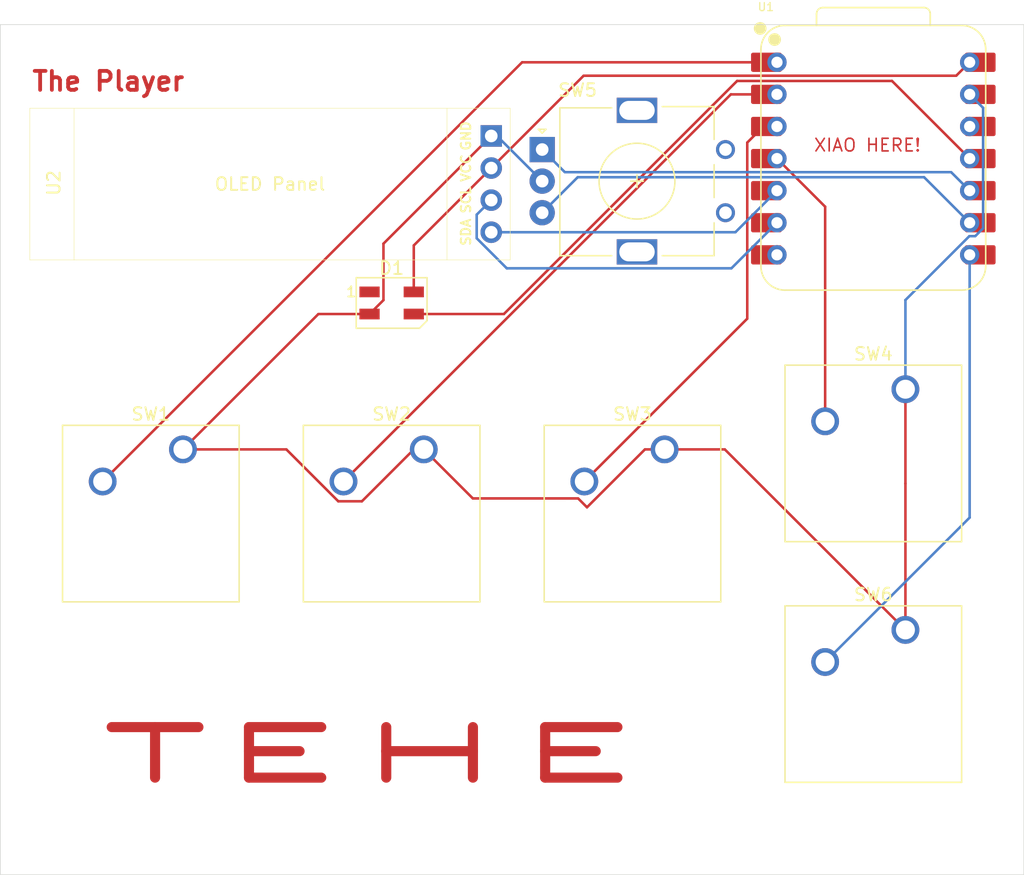
<source format=kicad_pcb>
(kicad_pcb (version 20241229) (generator "pcbnew") (generator_version "9.0")
  (layers (0 "F.Cu" signal) (2 "B.Cu" signal) (13 "F.Paste" user) (15 "B.Paste" user) (5 "F.SilkS" user "F.Silkscreen") (7 "B.SilkS" user "B.Silkscreen") (1 "F.Mask" user) (3 "B.Mask" user) (25 "Edge.Cuts" user))
  (net 0 "")
  (net 1 "GND")
  (net 2 "+5V")
  (net 4 "Net-(D1-DIN)")
  (net 5 "Net-(U1-GPIO26{slash}ADC0{slash}A0)")
  (net 6 "Net-(U1-GPIO27{slash}ADC1{slash}A1)")
  (net 7 "Net-(U1-GPIO28{slash}ADC2{slash}A2)")
  (net 8 "Net-(U1-GPIO29{slash}ADC3{slash}A3)")
  (net 9 "Net-(U1-GPIO2{slash}SCK)")
  (net 10 "Net-(U1-GPIO4{slash}MISO)")
  (net 11 "Net-(U1-GPIO1{slash}RX)")
  (net 13 "Net-(U1-GPIO7{slash}SCL)")
  (net 14 "Net-(U1-GPIO6{slash}SDA)")
  (footprint "OLED:SSD1306-0.91-OLED-4pin-128x32 (1)" (layer "F.Cu") (at 130.92125 77.45875)
    (property "Reference" "U2" (at 1.9 5.91 90) (layer "F.SilkS"))
    (property "Value" "OLED")
    (fp_line (start 0 0) (end 0 12) (stroke (width 0.04)) (layer "F.SilkS"))
    (fp_line (start 0 12) (end 38 12) (stroke (width 0.04)) (layer "F.SilkS"))
    (fp_line (start 3.5 0) (end 3.5 12) (stroke (width 0.04)) (layer "F.SilkS"))
    (fp_line (start 33 0) (end 33 12) (stroke (width 0.04)) (layer "F.SilkS"))
    (fp_line (start 38 0) (end 0 0) (stroke (width 0.04)) (layer "F.SilkS"))
    (fp_line (start 38 12) (end 38 0) (stroke (width 0.04)) (layer "F.SilkS"))
    (fp_text user "SCL" (at 34.5 7.27 270) (layer "F.SilkS") (effects (font (size 0.75 0.75))))
    (fp_text user "VCC" (at 34.5 4.73 270) (layer "F.SilkS") (effects (font (size 0.75 0.75))))
    (fp_text user "OLED Panel" (at 19 6 0) (layer "F.SilkS"))
    (fp_text user "GND" (at 34.5 2.19 270) (layer "F.SilkS") (effects (font (size 0.75 0.75))))
    (fp_text user "SDA" (at 34.5 9.81 270) (layer "F.SilkS") (effects (font (size 0.75 0.75))))
    (pad "1" thru_hole rect (at 36.5 2.19) (size 1.7 1.7) (drill 1) (layers "*.Cu" "*.Mask") (net 1 "GND"))
    (pad "2" thru_hole oval (at 36.5 4.73) (size 1.7 1.7) (drill 1) (layers "*.Cu" "*.Mask") (net 2 "+5V"))
    (pad "3" thru_hole oval (at 36.5 7.27) (size 1.7 1.7) (drill 1) (layers "*.Cu" "*.Mask") (net 13 "Net-(U1-GPIO7{slash}SCL)"))
    (pad "4" thru_hole oval (at 36.5 9.81) (size 1.7 1.7) (drill 1) (layers "*.Cu" "*.Mask") (net 14 "Net-(U1-GPIO6{slash}SDA)"))
  )
  (footprint "Rotary_Encoder:RotaryEncoder_Alps_EC11E_Vertical_H20mm" (layer "F.Cu") (at 171.45 80.725)
    (property "Reference" "SW5" (at 2.8 -4.7 0) (layer "F.SilkS"))
    (property "Value" "RotaryEncoder")
    (fp_line (start -0.3 -1.6) (end 0.3 -1.6) (stroke (width 0.12)) (layer "F.SilkS"))
    (fp_line (start 0 -1.3) (end -0.3 -1.6) (stroke (width 0.12)) (layer "F.SilkS"))
    (fp_line (start 0.3 -1.6) (end 0 -1.3) (stroke (width 0.12)) (layer "F.SilkS"))
    (fp_line (start 1.4 -3.3) (end 1.4 8.4) (stroke (width 0.12)) (layer "F.SilkS"))
    (fp_line (start 5.5 -3.3) (end 1.4 -3.3) (stroke (width 0.12)) (layer "F.SilkS"))
    (fp_line (start 5.5 8.4) (end 1.4 8.4) (stroke (width 0.12)) (layer "F.SilkS"))
    (fp_line (start 7 2.5) (end 8 2.5) (stroke (width 0.12)) (layer "F.SilkS"))
    (fp_line (start 7.5 2) (end 7.5 3) (stroke (width 0.12)) (layer "F.SilkS"))
    (fp_line (start 9.5 -3.4) (end 13.6 -3.4) (stroke (width 0.12)) (layer "F.SilkS"))
    (fp_line (start 13.6 -3.4) (end 13.6 -0.8) (stroke (width 0.12)) (layer "F.SilkS"))
    (fp_line (start 13.6 1.2) (end 13.6 3.8) (stroke (width 0.12)) (layer "F.SilkS"))
    (fp_line (start 13.6 5.8) (end 13.6 8.4) (stroke (width 0.12)) (layer "F.SilkS"))
    (fp_line (start 13.6 8.4) (end 9.5 8.4) (stroke (width 0.12)) (layer "F.SilkS"))
    (fp_circle (center 7.5 2.5) (end 10.5 2.5) (stroke (width 0.12)) (fill no) (layer "F.SilkS"))
    (pad "" thru_hole circle (at 14.5 0) (size 1.5 1.5) (drill 1) (layers "*.Cu" "*.Mask"))
    (pad "" thru_hole circle (at 14.5 5) (size 1.5 1.5) (drill 1) (layers "*.Cu" "*.Mask"))
    (pad "A" thru_hole rect (at 0 0) (size 2 2) (drill 1) (layers "*.Cu" "*.Mask") (net 10 "Net-(U1-GPIO4{slash}MISO)"))
    (pad "B" thru_hole circle (at 0 5) (size 2 2) (drill 1) (layers "*.Cu" "*.Mask") (net 9 "Net-(U1-GPIO2{slash}SCK)"))
    (pad "C" thru_hole circle (at 0 2.5) (size 2 2) (drill 1) (layers "*.Cu" "*.Mask") (net 1 "GND"))
    (pad "MP" thru_hole rect (at 7.5 -3.1) (size 3.2 2) (drill oval 2.8 1.5) (layers "*.Cu" "*.Mask"))
    (pad "MP" thru_hole rect (at 7.5 8.1) (size 3.2 2) (drill oval 2.8 1.5) (layers "*.Cu" "*.Mask"))
  )
  (footprint "Button_Switch_Keyboard:SW_Cherry_MX_1.00u_PCB" (layer "F.Cu") (at 200.18375 99.695)
    (property "Reference" "SW4" (at -2.54 -2.794 0) (layer "F.SilkS"))
    (property "Value" "SW_Push")
    (fp_line (start -9.525 -1.905) (end 4.445 -1.905) (stroke (width 0.12)) (layer "F.SilkS"))
    (fp_line (start -9.525 12.065) (end -9.525 -1.905) (stroke (width 0.12)) (layer "F.SilkS"))
    (fp_line (start 4.445 -1.905) (end 4.445 12.065) (stroke (width 0.12)) (layer "F.SilkS"))
    (fp_line (start 4.445 12.065) (end -9.525 12.065) (stroke (width 0.12)) (layer "F.SilkS"))
    (pad "" np_thru_hole circle (at -7.62 5.08) (size 1.7 1.7) (drill 1.7) (layers "*.Cu" "*.Mask"))
    (pad "" np_thru_hole circle (at -2.54 5.08) (size 4 4) (drill 4) (layers "*.Cu" "*.Mask"))
    (pad "" np_thru_hole circle (at 2.54 5.08) (size 1.7 1.7) (drill 1.7) (layers "*.Cu" "*.Mask"))
    (pad "1" thru_hole circle (at 0 0) (size 2.2 2.2) (drill 1.5) (layers "*.Cu" "*.Mask") (net 1 "GND"))
    (pad "2" thru_hole circle (at -6.35 2.54) (size 2.2 2.2) (drill 1.5) (layers "*.Cu" "*.Mask") (net 8 "Net-(U1-GPIO29{slash}ADC3{slash}A3)"))
  )
  (footprint "LED_SMD:LED_SK6812MINI_PLCC4_3.5x3.5mm_P1.75mm" (layer "F.Cu") (at 159.54375 92.86875)
    (property "Reference" "D1" (at 0 -2.75 0) (layer "F.SilkS"))
    (property "Value" "SK6812MINI")
    (fp_line (start -2.8 -2) (end -2.8 2) (stroke (width 0.12)) (layer "F.SilkS"))
    (fp_line (start -2.8 -2) (end 2.8 -2) (stroke (width 0.12)) (layer "F.SilkS"))
    (fp_line (start -2.8 2) (end 2.2 2) (stroke (width 0.12)) (layer "F.SilkS"))
    (fp_line (start 2.8 1.4) (end 2.2 2) (stroke (width 0.12)) (layer "F.SilkS"))
    (fp_line (start 2.8 1.4) (end 2.8 -2) (stroke (width 0.12)) (layer "F.SilkS"))
    (fp_text user "1" (at -3.2 -0.875 0) (layer "F.SilkS") (effects (font (size 0.8 0.8))))
    (pad "1" smd rect (at -1.75 -0.875) (size 1.6 0.85) (layers "F.Cu" "F.Mask" "F.Paste"))
    (pad "2" smd rect (at -1.75 0.875) (size 1.6 0.85) (layers "F.Cu" "F.Mask" "F.Paste") (net 1 "GND"))
    (pad "3" smd rect (at 1.75 0.875) (size 1.6 0.85) (layers "F.Cu" "F.Mask" "F.Paste") (net 4 "Net-(D1-DIN)"))
    (pad "4" smd rect (at 1.75 -0.875) (size 1.6 0.85) (layers "F.Cu" "F.Mask" "F.Paste") (net 2 "+5V"))
  )
  (footprint "Button_Switch_Keyboard:SW_Cherry_MX_1.00u_PCB" (layer "F.Cu") (at 200.18375 118.745)
    (property "Reference" "SW6" (at -2.54 -2.794 0) (layer "F.SilkS"))
    (property "Value" "SW_Push")
    (fp_line (start -9.525 -1.905) (end 4.445 -1.905) (stroke (width 0.12)) (layer "F.SilkS"))
    (fp_line (start -9.525 12.065) (end -9.525 -1.905) (stroke (width 0.12)) (layer "F.SilkS"))
    (fp_line (start 4.445 -1.905) (end 4.445 12.065) (stroke (width 0.12)) (layer "F.SilkS"))
    (fp_line (start 4.445 12.065) (end -9.525 12.065) (stroke (width 0.12)) (layer "F.SilkS"))
    (pad "" np_thru_hole circle (at -7.62 5.08) (size 1.7 1.7) (drill 1.7) (layers "*.Cu" "*.Mask"))
    (pad "" np_thru_hole circle (at -2.54 5.08) (size 4 4) (drill 4) (layers "*.Cu" "*.Mask"))
    (pad "" np_thru_hole circle (at 2.54 5.08) (size 1.7 1.7) (drill 1.7) (layers "*.Cu" "*.Mask"))
    (pad "1" thru_hole circle (at 0 0) (size 2.2 2.2) (drill 1.5) (layers "*.Cu" "*.Mask") (net 1 "GND"))
    (pad "2" thru_hole circle (at -6.35 2.54) (size 2.2 2.2) (drill 1.5) (layers "*.Cu" "*.Mask") (net 11 "Net-(U1-GPIO1{slash}RX)"))
  )
  (footprint "OPL:XIAO-RP2040-DIP" (layer "F.Cu") (at 197.64375 81.43875)
    (property "Reference" "U1" (at -8.5 -12 0) (layer "F.SilkS") (effects (font (size 0.635 0.635) (thickness 0.1016))))
    (property "Value" "XIAO-RP2040-DIP")
    (fp_line (start -8.89 8.509) (end -8.89 -8.636) (stroke (width 0.127)) (layer "F.SilkS"))
    (fp_line (start -6.985 10.414) (end 6.985 10.414) (stroke (width 0.127)) (layer "F.SilkS"))
    (fp_line (start -4.495 -10.541) (end -4.491272 -11.451272) (stroke (width 0.127)) (layer "F.SilkS"))
    (fp_line (start -3.991272 -11.951) (end 4.004 -11.951) (stroke (width 0.127)) (layer "F.SilkS"))
    (fp_line (start 4.504 -11.451) (end 4.504 -10.541) (stroke (width 0.127)) (layer "F.SilkS"))
    (fp_line (start 6.985 -10.541) (end -6.985 -10.541) (stroke (width 0.1)) (layer "F.SilkS"))
    (fp_line (start 6.985 -10.541) (end -6.985 -10.541) (stroke (width 0.127)) (layer "F.SilkS"))
    (fp_line (start 8.89 8.509) (end 8.89 -8.636) (stroke (width 0.127)) (layer "F.SilkS"))
    (fp_arc (start -8.89 -8.636) (mid -8.332038 -9.983038) (end -6.985 -10.541) (stroke (width 0.127)) (layer "F.SilkS"))
    (fp_arc (start -6.985 10.414) (mid -8.332038 9.856038) (end -8.89 8.509) (stroke (width 0.127)) (layer "F.SilkS"))
    (fp_arc (start -4.491272 -11.451272) (mid -4.344728 -11.80464) (end -3.991272 -11.951) (stroke (width 0.127)) (layer "F.SilkS"))
    (fp_arc (start 4.004 -11.951) (mid 4.357553 -11.804553) (end 4.504 -11.451) (stroke (width 0.127)) (layer "F.SilkS"))
    (fp_arc (start 6.985 -10.541) (mid 8.332038 -9.983038) (end 8.89 -8.636) (stroke (width 0.127)) (layer "F.SilkS"))
    (fp_arc (start 8.89 8.509) (mid 8.332038 9.856038) (end 6.985 10.414) (stroke (width 0.127)) (layer "F.SilkS"))
    (fp_circle (center -8.95 -10.3) (end -8.95 -10.554) (stroke (width 0.5)) (fill yes) (layer "F.SilkS"))
    (fp_circle (center -7.807 -9.42) (end -7.807 -9.674) (stroke (width 0.5)) (fill yes) (layer "F.SilkS"))
    (pad "1" smd roundrect (at -8.455 -7.62 180) (size 2.432 1.524) (layers "F.Cu" "F.Mask") (roundrect_rratio 0.1) (net 5 "Net-(U1-GPIO26{slash}ADC0{slash}A0)"))
    (pad "1" thru_hole circle (at -7.62 -7.62 180) (size 1.524 1.524) (drill 0.889) (layers "*.Cu" "*.Mask") (net 5 "Net-(U1-GPIO26{slash}ADC0{slash}A0)"))
    (pad "2" smd roundrect (at -8.455 -5.08 180) (size 2.432 1.524) (layers "F.Cu" "F.Mask") (roundrect_rratio 0.1) (net 6 "Net-(U1-GPIO27{slash}ADC1{slash}A1)"))
    (pad "2" thru_hole circle (at -7.62 -5.08 180) (size 1.524 1.524) (drill 0.889) (layers "*.Cu" "*.Mask") (net 6 "Net-(U1-GPIO27{slash}ADC1{slash}A1)"))
    (pad "3" smd roundrect (at -8.455 -2.54 180) (size 2.432 1.524) (layers "F.Cu" "F.Mask") (roundrect_rratio 0.1) (net 7 "Net-(U1-GPIO28{slash}ADC2{slash}A2)"))
    (pad "3" thru_hole circle (at -7.62 -2.54 180) (size 1.524 1.524) (drill 0.889) (layers "*.Cu" "*.Mask") (net 7 "Net-(U1-GPIO28{slash}ADC2{slash}A2)"))
    (pad "4" smd roundrect (at -8.455 0 180) (size 2.432 1.524) (layers "F.Cu" "F.Mask") (roundrect_rratio 0.1) (net 8 "Net-(U1-GPIO29{slash}ADC3{slash}A3)"))
    (pad "4" thru_hole circle (at -7.62 0 180) (size 1.524 1.524) (drill 0.889) (layers "*.Cu" "*.Mask") (net 8 "Net-(U1-GPIO29{slash}ADC3{slash}A3)"))
    (pad "5" smd roundrect (at -8.455 2.54 180) (size 2.432 1.524) (layers "F.Cu" "F.Mask") (roundrect_rratio 0.1) (net 14 "Net-(U1-GPIO6{slash}SDA)"))
    (pad "5" thru_hole circle (at -7.62 2.54 180) (size 1.524 1.524) (drill 0.889) (layers "*.Cu" "*.Mask") (net 14 "Net-(U1-GPIO6{slash}SDA)"))
    (pad "6" smd roundrect (at -8.455 5.08 180) (size 2.432 1.524) (layers "F.Cu" "F.Mask") (roundrect_rratio 0.1) (net 13 "Net-(U1-GPIO7{slash}SCL)"))
    (pad "6" thru_hole circle (at -7.62 5.08 180) (size 1.524 1.524) (drill 0.889) (layers "*.Cu" "*.Mask") (net 13 "Net-(U1-GPIO7{slash}SCL)"))
    (pad "7" smd roundrect (at -8.455 7.62 180) (size 2.432 1.524) (layers "F.Cu" "F.Mask") (roundrect_rratio 0.1))
    (pad "7" thru_hole circle (at -7.62 7.62 180) (size 1.524 1.524) (drill 0.889) (layers "*.Cu" "*.Mask"))
    (pad "8" thru_hole circle (at 7.62 7.62) (size 1.524 1.524) (drill 0.889) (layers "*.Cu" "*.Mask") (net 11 "Net-(U1-GPIO1{slash}RX)"))
    (pad "8" smd roundrect (at 8.455 7.62) (size 2.432 1.524) (layers "F.Cu" "F.Mask") (roundrect_rratio 0.1) (net 11 "Net-(U1-GPIO1{slash}RX)"))
    (pad "9" thru_hole circle (at 7.62 5.08) (size 1.524 1.524) (drill 0.889) (layers "*.Cu" "*.Mask") (net 9 "Net-(U1-GPIO2{slash}SCK)"))
    (pad "9" smd roundrect (at 8.455 5.08) (size 2.432 1.524) (layers "F.Cu" "F.Mask") (roundrect_rratio 0.1) (net 9 "Net-(U1-GPIO2{slash}SCK)"))
    (pad "10" thru_hole circle (at 7.62 2.54) (size 1.524 1.524) (drill 0.889) (layers "*.Cu" "*.Mask") (net 10 "Net-(U1-GPIO4{slash}MISO)"))
    (pad "10" smd roundrect (at 8.455 2.54) (size 2.432 1.524) (layers "F.Cu" "F.Mask") (roundrect_rratio 0.1) (net 10 "Net-(U1-GPIO4{slash}MISO)"))
    (pad "11" thru_hole circle (at 7.62 0) (size 1.524 1.524) (drill 0.889) (layers "*.Cu" "*.Mask") (net 4 "Net-(D1-DIN)"))
    (pad "11" smd roundrect (at 8.455 0) (size 2.432 1.524) (layers "F.Cu" "F.Mask") (roundrect_rratio 0.1) (net 4 "Net-(D1-DIN)"))
    (pad "12" thru_hole circle (at 7.62 -2.54) (size 1.524 1.524) (drill 0.889) (layers "*.Cu" "*.Mask"))
    (pad "12" smd roundrect (at 8.455 -2.54) (size 2.432 1.524) (layers "F.Cu" "F.Mask") (roundrect_rratio 0.1))
    (pad "13" thru_hole circle (at 7.62 -5.08) (size 1.524 1.524) (drill 0.889) (layers "*.Cu" "*.Mask") (net 1 "GND"))
    (pad "13" smd roundrect (at 8.455 -5.08) (size 2.432 1.524) (layers "F.Cu" "F.Mask") (roundrect_rratio 0.1) (net 1 "GND"))
    (pad "14" thru_hole circle (at 7.62 -7.62) (size 1.524 1.524) (drill 0.889) (layers "*.Cu" "*.Mask") (net 2 "+5V"))
    (pad "14" smd roundrect (at 8.455 -7.62) (size 2.432 1.524) (layers "F.Cu" "F.Mask") (roundrect_rratio 0.1) (net 2 "+5V"))
  )
  (footprint "Button_Switch_Keyboard:SW_Cherry_MX_1.00u_PCB" (layer "F.Cu") (at 143.03375 104.4575)
    (property "Reference" "SW1" (at -2.54 -2.794 0) (layer "F.SilkS"))
    (property "Value" "SW_Push")
    (fp_line (start -9.525 -1.905) (end 4.445 -1.905) (stroke (width 0.12)) (layer "F.SilkS"))
    (fp_line (start -9.525 12.065) (end -9.525 -1.905) (stroke (width 0.12)) (layer "F.SilkS"))
    (fp_line (start 4.445 -1.905) (end 4.445 12.065) (stroke (width 0.12)) (layer "F.SilkS"))
    (fp_line (start 4.445 12.065) (end -9.525 12.065) (stroke (width 0.12)) (layer "F.SilkS"))
    (pad "" np_thru_hole circle (at -7.62 5.08) (size 1.7 1.7) (drill 1.7) (layers "*.Cu" "*.Mask"))
    (pad "" np_thru_hole circle (at -2.54 5.08) (size 4 4) (drill 4) (layers "*.Cu" "*.Mask"))
    (pad "" np_thru_hole circle (at 2.54 5.08) (size 1.7 1.7) (drill 1.7) (layers "*.Cu" "*.Mask"))
    (pad "1" thru_hole circle (at 0 0) (size 2.2 2.2) (drill 1.5) (layers "*.Cu" "*.Mask") (net 1 "GND"))
    (pad "2" thru_hole circle (at -6.35 2.54) (size 2.2 2.2) (drill 1.5) (layers "*.Cu" "*.Mask") (net 5 "Net-(U1-GPIO26{slash}ADC0{slash}A0)"))
  )
  (footprint "Button_Switch_Keyboard:SW_Cherry_MX_1.00u_PCB" (layer "F.Cu") (at 181.13375 104.4575)
    (property "Reference" "SW3" (at -2.54 -2.794 0) (layer "F.SilkS"))
    (property "Value" "SW_Push")
    (fp_line (start -9.525 -1.905) (end 4.445 -1.905) (stroke (width 0.12)) (layer "F.SilkS"))
    (fp_line (start -9.525 12.065) (end -9.525 -1.905) (stroke (width 0.12)) (layer "F.SilkS"))
    (fp_line (start 4.445 -1.905) (end 4.445 12.065) (stroke (width 0.12)) (layer "F.SilkS"))
    (fp_line (start 4.445 12.065) (end -9.525 12.065) (stroke (width 0.12)) (layer "F.SilkS"))
    (pad "" np_thru_hole circle (at -7.62 5.08) (size 1.7 1.7) (drill 1.7) (layers "*.Cu" "*.Mask"))
    (pad "" np_thru_hole circle (at -2.54 5.08) (size 4 4) (drill 4) (layers "*.Cu" "*.Mask"))
    (pad "" np_thru_hole circle (at 2.54 5.08) (size 1.7 1.7) (drill 1.7) (layers "*.Cu" "*.Mask"))
    (pad "1" thru_hole circle (at 0 0) (size 2.2 2.2) (drill 1.5) (layers "*.Cu" "*.Mask") (net 1 "GND"))
    (pad "2" thru_hole circle (at -6.35 2.54) (size 2.2 2.2) (drill 1.5) (layers "*.Cu" "*.Mask") (net 7 "Net-(U1-GPIO28{slash}ADC2{slash}A2)"))
  )
  (footprint "Button_Switch_Keyboard:SW_Cherry_MX_1.00u_PCB" (layer "F.Cu") (at 162.08375 104.4575)
    (property "Reference" "SW2" (at -2.54 -2.794 0) (layer "F.SilkS"))
    (property "Value" "SW_Push")
    (fp_line (start -9.525 -1.905) (end 4.445 -1.905) (stroke (width 0.12)) (layer "F.SilkS"))
    (fp_line (start -9.525 12.065) (end -9.525 -1.905) (stroke (width 0.12)) (layer "F.SilkS"))
    (fp_line (start 4.445 -1.905) (end 4.445 12.065) (stroke (width 0.12)) (layer "F.SilkS"))
    (fp_line (start 4.445 12.065) (end -9.525 12.065) (stroke (width 0.12)) (layer "F.SilkS"))
    (pad "" np_thru_hole circle (at -7.62 5.08) (size 1.7 1.7) (drill 1.7) (layers "*.Cu" "*.Mask"))
    (pad "" np_thru_hole circle (at -2.54 5.08) (size 4 4) (drill 4) (layers "*.Cu" "*.Mask"))
    (pad "" np_thru_hole circle (at 2.54 5.08) (size 1.7 1.7) (drill 1.7) (layers "*.Cu" "*.Mask"))
    (pad "1" thru_hole circle (at 0 0) (size 2.2 2.2) (drill 1.5) (layers "*.Cu" "*.Mask") (net 1 "GND"))
    (pad "2" thru_hole circle (at -6.35 2.54) (size 2.2 2.2) (drill 1.5) (layers "*.Cu" "*.Mask") (net 6 "Net-(U1-GPIO27{slash}ADC1{slash}A1)"))
  )
  (gr_rect (start 128.5875 70.8375) (end 209.55 138.1125) (stroke (width 0.05)) (fill no) (layer "Edge.Cuts"))
  (gr_text "TEHE" (at 135.73125 130.96875 0) (layer "F.Cu") (effects (font (size 4 12) (thickness 0.8) (bold yes)) (justify left bottom)))
  (gr_text "XIAO HERE!" (at 192.88125 80.9625 0) (layer "F.Cu") (effects (font (size 1 1) (thickness 0.125)) (justify left bottom)))
  (gr_text "The Player" (at 130.96875 76.2 0) (layer "F.Cu") (effects (font (size 1.5 1.5) (thickness 0.3) (bold yes)) (justify left bottom)))
  (segment (start 167.42125 79.64875) (end 158.89475 88.17525) (width 0.2) (layer "F.Cu") (net 1))
  (segment (start 181.13375 104.4575) (end 185.89625 104.4575) (width 0.2) (layer "F.Cu") (net 1))
  (segment (start 181.13375 104.4575) (end 179.578116 104.4575) (width 0.2) (layer "F.Cu") (net 1))
  (segment (start 151.212436 104.4575) (end 155.31862 108.563684) (width 0.2) (layer "F.Cu") (net 1))
  (segment (start 158.89475 88.17525) (end 158.89475 92.64275) (width 0.2) (layer "F.Cu") (net 1))
  (segment (start 161.298934 104.4575) (end 162.08375 104.4575) (width 0.2) (layer "F.Cu") (net 1))
  (segment (start 153.7475 93.74375) (end 143.03375 104.4575) (width 0.2) (layer "F.Cu") (net 1))
  (segment (start 200.18375 99.695) (end 200.18375 107.15625) (width 0.2) (layer "F.Cu") (net 1))
  (segment (start 155.31862 108.563684) (end 157.19275 108.563684) (width 0.2) (layer "F.Cu") (net 1))
  (segment (start 157.79375 93.74375) (end 153.7475 93.74375) (width 0.2) (layer "F.Cu") (net 1))
  (segment (start 174.292056 108.3365) (end 165.96275 108.3365) (width 0.2) (layer "F.Cu") (net 1))
  (segment (start 174.995586 109.04003) (end 174.292056 108.3365) (width 0.2) (layer "F.Cu") (net 1))
  (segment (start 179.578116 104.4575) (end 174.995586 109.04003) (width 0.2) (layer "F.Cu") (net 1))
  (segment (start 158.89475 92.64275) (end 157.79375 93.74375) (width 0.2) (layer "F.Cu") (net 1))
  (segment (start 185.89625 104.4575) (end 200.18375 118.745) (width 0.2) (layer "F.Cu") (net 1))
  (segment (start 200.18375 107.15625) (end 200.18375 118.745) (width 0.2) (layer "F.Cu") (net 1))
  (segment (start 143.03375 104.4575) (end 151.212436 104.4575) (width 0.2) (layer "F.Cu") (net 1))
  (segment (start 165.96275 108.3365) (end 162.08375 104.4575) (width 0.2) (layer "F.Cu") (net 1))
  (segment (start 157.19275 108.563684) (end 161.298934 104.4575) (width 0.2) (layer "F.Cu") (net 1))
  (segment (start 206.32675 77.42175) (end 206.32675 86.95906) (width 0.2) (layer "B.Cu") (net 1))
  (segment (start 200.18375 92.63544) (end 200.18375 99.695) (width 0.2) (layer "B.Cu") (net 1))
  (segment (start 205.23744 87.58175) (end 200.18375 92.63544) (width 0.2) (layer "B.Cu") (net 1))
  (segment (start 167.87375 79.64875) (end 167.42125 79.64875) (width 0.2) (layer "B.Cu") (net 1))
  (segment (start 171.45 83.225) (end 167.87375 79.64875) (width 0.2) (layer "B.Cu") (net 1))
  (segment (start 205.70406 87.58175) (end 205.23744 87.58175) (width 0.2) (layer "B.Cu") (net 1))
  (segment (start 205.26375 76.35875) (end 206.32675 77.42175) (width 0.2) (layer "B.Cu") (net 1))
  (segment (start 206.32675 86.95906) (end 205.70406 87.58175) (width 0.2) (layer "B.Cu") (net 1))
  (segment (start 161.29375 88.31625) (end 167.42125 82.18875) (width 0.2) (layer "F.Cu") (net 2))
  (segment (start 205.26375 73.81875) (end 204.20075 74.88175) (width 0.2) (layer "F.Cu") (net 2))
  (segment (start 161.29375 91.99375) (end 161.29375 88.31625) (width 0.2) (layer "F.Cu") (net 2))
  (segment (start 204.20075 74.88175) (end 174.72825 74.88175) (width 0.2) (layer "F.Cu") (net 2))
  (segment (start 174.72825 74.88175) (end 167.42125 82.18875) (width 0.2) (layer "F.Cu") (net 2))
  (segment (start 168.4204 93.74375) (end 186.8684 75.29575) (width 0.2) (layer "F.Cu") (net 4))
  (segment (start 161.29375 93.74375) (end 168.4204 93.74375) (width 0.2) (layer "F.Cu") (net 4))
  (segment (start 186.8684 75.29575) (end 199.12075 75.29575) (width 0.2) (layer "F.Cu") (net 4))
  (segment (start 199.12075 75.29575) (end 205.26375 81.43875) (width 0.2) (layer "F.Cu") (net 4))
  (segment (start 136.68375 106.9975) (end 169.8625 73.81875) (width 0.2) (layer "F.Cu") (net 5))
  (segment (start 169.8625 73.81875) (end 190.02375 73.81875) (width 0.2) (layer "F.Cu") (net 5))
  (segment (start 155.73375 106.9975) (end 186.3725 76.35875) (width 0.2) (layer "F.Cu") (net 6))
  (segment (start 186.3725 76.35875) (end 189.18875 76.35875) (width 0.2) (layer "F.Cu") (net 6))
  (segment (start 187.67175 80.17312) (end 188.94612 78.89875) (width 0.2) (layer "F.Cu") (net 7))
  (segment (start 187.67175 94.1095) (end 187.67175 80.17312) (width 0.2) (layer "F.Cu") (net 7))
  (segment (start 174.78375 106.9975) (end 187.67175 94.1095) (width 0.2) (layer "F.Cu") (net 7))
  (segment (start 188.94612 78.89875) (end 190.02375 78.89875) (width 0.2) (layer "F.Cu") (net 7))
  (segment (start 193.83375 102.235) (end 193.83375 85.24875) (width 0.2) (layer "F.Cu") (net 8))
  (segment (start 193.83375 85.24875) (end 190.02375 81.43875) (width 0.2) (layer "F.Cu") (net 8))
  (segment (start 174.25925 82.91575) (end 201.66075 82.91575) (width 0.2) (layer "B.Cu") (net 9))
  (segment (start 171.45 85.725) (end 174.25925 82.91575) (width 0.2) (layer "B.Cu") (net 9))
  (segment (start 201.66075 82.91575) (end 205.26375 86.51875) (width 0.2) (layer "B.Cu") (net 9))
  (segment (start 173.23975 82.51475) (end 203.79975 82.51475) (width 0.2) (layer "B.Cu") (net 10))
  (segment (start 203.79975 82.51475) (end 205.26375 83.97875) (width 0.2) (layer "B.Cu") (net 10))
  (segment (start 171.45 80.725) (end 173.23975 82.51475) (width 0.2) (layer "B.Cu") (net 10))
  (segment (start 205.26375 89.05875) (end 205.26375 109.855) (width 0.2) (layer "B.Cu") (net 11))
  (segment (start 205.26375 109.855) (end 193.83375 121.285) (width 0.2) (layer "B.Cu") (net 11))
  (segment (start 168.65074 90.126) (end 186.4165 90.126) (width 0.2) (layer "B.Cu") (net 13))
  (segment (start 166.27025 87.74551) (end 168.65074 90.126) (width 0.2) (layer "B.Cu") (net 13))
  (segment (start 167.42125 84.72875) (end 166.27025 85.87975) (width 0.2) (layer "B.Cu") (net 13))
  (segment (start 186.4165 90.126) (end 190.02375 86.51875) (width 0.2) (layer "B.Cu") (net 13))
  (segment (start 166.27025 85.87975) (end 166.27025 87.74551) (width 0.2) (layer "B.Cu") (net 13))
  (segment (start 167.42125 87.26875) (end 186.73375 87.26875) (width 0.2) (layer "B.Cu") (net 14))
  (segment (start 186.73375 87.26875) (end 190.02375 83.97875) (width 0.2) (layer "B.Cu") (net 14))
)
</source>
